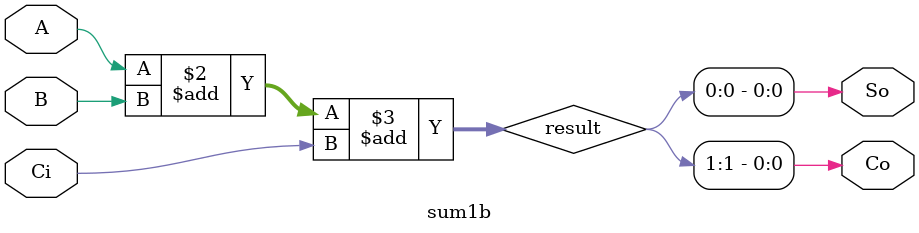
<source format=v>
module sum1b(
        input A, 
        input B, 
        input Ci,
        output Co,
        output So
    );
  
    reg [1:0] result;
  
    assign So = result[0];
    assign Co = result[1];
  
    always@(*) begin
      result = A+B+Ci;
    end
    
  endmodule
</source>
